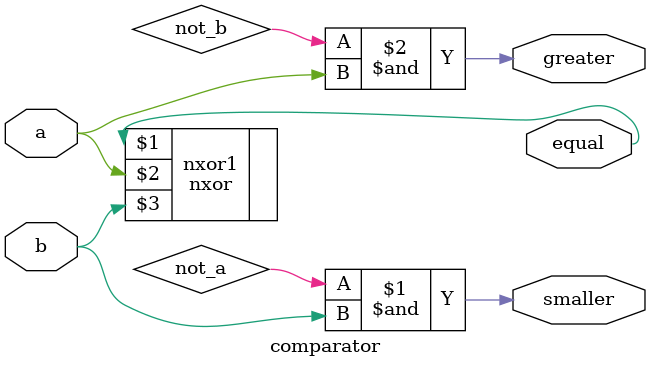
<source format=v>
module comparator (
      input a,
	  input b,
	  output smaller,
	  output equal,
	  output greater
	  );
	  
	  wire not_a;
	  wire not_b;
	  
	  and and1 (smaller,not_a,b);
	  nxor nxor1 (equal,a,b);
	  and and2 (greater,not_b,a);
	  
endmodule
</source>
